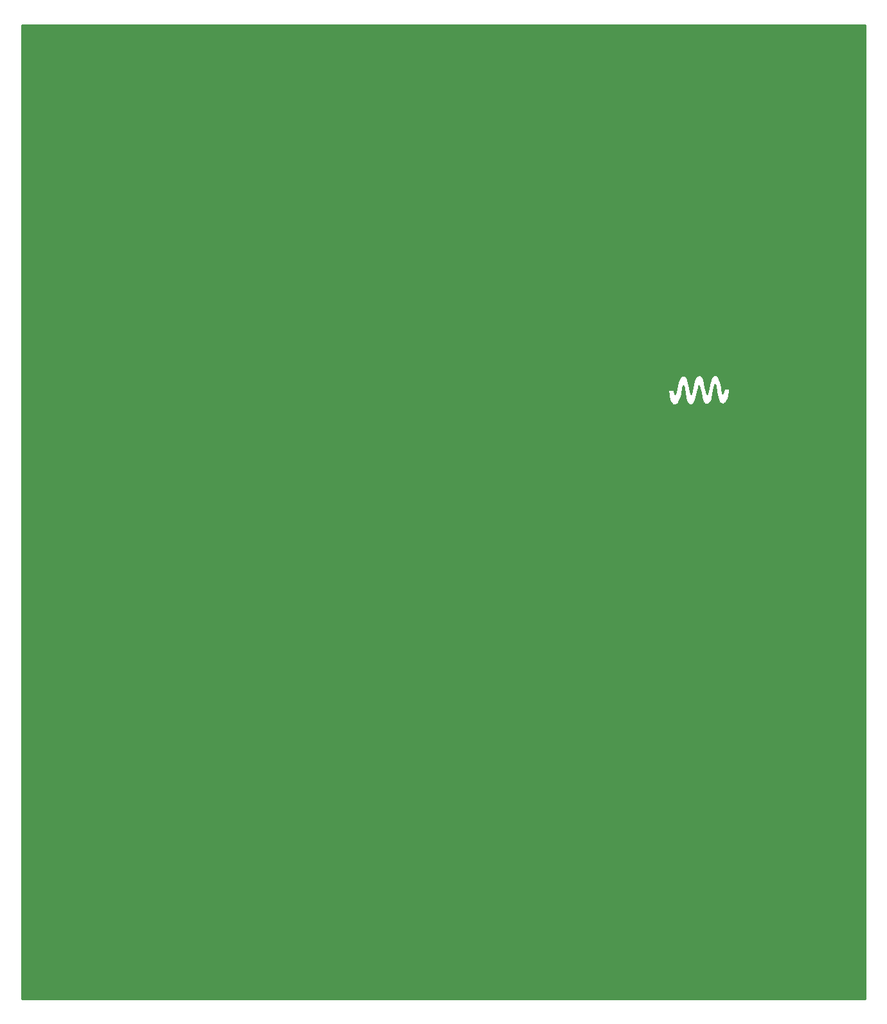
<source format=gtl>
G04 #@! TF.GenerationSoftware,KiCad,Pcbnew,(5.1.0)-1*
G04 #@! TF.CreationDate,2019-04-06T15:11:00+02:00*
G04 #@! TF.ProjectId,frontplate,66726f6e-7470-46c6-9174-652e6b696361,C*
G04 #@! TF.SameCoordinates,Original*
G04 #@! TF.FileFunction,Copper,L1,Top*
G04 #@! TF.FilePolarity,Positive*
%FSLAX46Y46*%
G04 Gerber Fmt 4.6, Leading zero omitted, Abs format (unit mm)*
G04 Created by KiCad (PCBNEW (5.1.0)-1) date 2019-04-06 15:11:00*
%MOMM*%
%LPD*%
G04 APERTURE LIST*
%ADD10C,0.254000*%
G04 APERTURE END LIST*
D10*
G36*
X228123000Y-152273000D02*
G01*
X117077000Y-152273000D01*
X117077000Y-72136038D01*
X202113062Y-72136038D01*
X202114728Y-72160879D01*
X202314728Y-73360879D01*
X202317510Y-73373544D01*
X202326408Y-73396796D01*
X202526408Y-73796796D01*
X202534403Y-73810557D01*
X202550197Y-73829803D01*
X202750197Y-74029803D01*
X202769443Y-74045597D01*
X202791399Y-74057333D01*
X202815224Y-74064560D01*
X202840000Y-74067000D01*
X203040000Y-74067000D01*
X203055884Y-74066003D01*
X203080161Y-74060483D01*
X203380161Y-73960483D01*
X203402894Y-73950333D01*
X203423211Y-73935943D01*
X203440329Y-73917866D01*
X203453592Y-73896796D01*
X203653592Y-73496796D01*
X203658914Y-73484593D01*
X203958914Y-72684593D01*
X203966223Y-72654025D01*
X204064995Y-71765076D01*
X204143026Y-71499061D01*
X204234698Y-71911583D01*
X204313951Y-72555514D01*
X204316024Y-72567550D01*
X204516024Y-73467550D01*
X204526408Y-73496796D01*
X204726408Y-73896796D01*
X204739671Y-73917866D01*
X204756789Y-73935943D01*
X204777106Y-73950333D01*
X204799839Y-73960483D01*
X205099839Y-74060483D01*
X205130997Y-74066680D01*
X205155884Y-74066003D01*
X205180161Y-74060483D01*
X205480161Y-73960483D01*
X205511840Y-73944729D01*
X205530891Y-73928701D01*
X205546449Y-73909265D01*
X205557917Y-73887167D01*
X205757917Y-73387167D01*
X205762114Y-73374890D01*
X205962114Y-72674890D01*
X205963976Y-72667550D01*
X206163106Y-71771463D01*
X206239061Y-71509076D01*
X206435524Y-72465197D01*
X206615466Y-73364907D01*
X206626408Y-73396796D01*
X206826408Y-73796796D01*
X206834403Y-73810557D01*
X206850197Y-73829803D01*
X206950197Y-73929803D01*
X206969443Y-73945597D01*
X206991399Y-73957333D01*
X207015224Y-73964560D01*
X207040000Y-73967000D01*
X207440000Y-73967000D01*
X207464776Y-73964560D01*
X207488601Y-73957333D01*
X207510557Y-73945597D01*
X207529803Y-73929803D01*
X207829803Y-73629803D01*
X207844545Y-73612107D01*
X207856603Y-73590325D01*
X207864181Y-73566610D01*
X208163731Y-72168710D01*
X208357432Y-71393906D01*
X208415541Y-71568234D01*
X208513981Y-72355752D01*
X208515466Y-72364907D01*
X208715466Y-73364907D01*
X208726408Y-73396796D01*
X208926408Y-73796796D01*
X208939671Y-73817866D01*
X208956789Y-73835943D01*
X208977106Y-73850333D01*
X208999839Y-73860483D01*
X209299839Y-73960483D01*
X209330997Y-73966680D01*
X209355884Y-73966003D01*
X209380161Y-73960483D01*
X209680161Y-73860483D01*
X209694247Y-73854832D01*
X209715607Y-73842042D01*
X209734062Y-73825331D01*
X209748902Y-73805341D01*
X210048902Y-73305341D01*
X210057282Y-73288724D01*
X210064534Y-73264907D01*
X210264534Y-72264907D01*
X210267000Y-72240000D01*
X210267000Y-72040000D01*
X210264560Y-72015224D01*
X210257333Y-71991399D01*
X210245597Y-71969443D01*
X210229803Y-71950197D01*
X210210557Y-71934403D01*
X210188601Y-71922667D01*
X210164776Y-71915440D01*
X210140000Y-71913000D01*
X209640000Y-71913000D01*
X209623984Y-71914014D01*
X209599713Y-71919559D01*
X209576990Y-71929733D01*
X209556689Y-71944144D01*
X209539589Y-71962239D01*
X209526348Y-71983323D01*
X209517475Y-72006584D01*
X209369983Y-72547388D01*
X209165272Y-71319121D01*
X209160483Y-71299839D01*
X208860483Y-70399839D01*
X208845597Y-70369443D01*
X208829803Y-70350197D01*
X208629803Y-70150197D01*
X208610557Y-70134403D01*
X208588601Y-70122667D01*
X208564776Y-70115440D01*
X208540000Y-70113000D01*
X208240000Y-70113000D01*
X208215224Y-70115440D01*
X208191399Y-70122667D01*
X208169443Y-70134403D01*
X208150197Y-70150197D01*
X207850197Y-70450197D01*
X207829667Y-70477106D01*
X207819517Y-70499839D01*
X207519517Y-71399839D01*
X207515466Y-71415093D01*
X207266746Y-72658693D01*
X207064367Y-71714258D01*
X206864534Y-70715093D01*
X206853592Y-70683204D01*
X206653592Y-70283204D01*
X206640329Y-70262134D01*
X206623211Y-70244057D01*
X206602894Y-70229667D01*
X206580161Y-70219517D01*
X206280161Y-70119517D01*
X206249726Y-70113373D01*
X206224836Y-70113909D01*
X206200528Y-70119290D01*
X206177737Y-70129310D01*
X205857737Y-70309310D01*
X205839734Y-70321581D01*
X205822075Y-70339131D01*
X205808180Y-70359789D01*
X205528180Y-70879789D01*
X205516024Y-70912450D01*
X205316024Y-71812450D01*
X205314728Y-71819121D01*
X205174097Y-72662908D01*
X204864534Y-71115093D01*
X204862035Y-71104837D01*
X204692035Y-70514837D01*
X204687884Y-70502751D01*
X204676401Y-70480661D01*
X204660829Y-70461236D01*
X204445829Y-70241236D01*
X204436677Y-70232749D01*
X204416135Y-70218683D01*
X204393244Y-70208895D01*
X204203244Y-70148895D01*
X204166548Y-70143009D01*
X204141744Y-70145147D01*
X204117833Y-70152083D01*
X203792833Y-70282083D01*
X203772161Y-70292637D01*
X203752519Y-70307935D01*
X203736239Y-70326770D01*
X203723946Y-70348420D01*
X203403946Y-71068420D01*
X203395764Y-71093647D01*
X203116236Y-72411423D01*
X203059612Y-72637918D01*
X202964951Y-72117282D01*
X202957333Y-72091399D01*
X202945597Y-72069443D01*
X202929803Y-72050197D01*
X202910557Y-72034403D01*
X202888601Y-72022667D01*
X202864776Y-72015440D01*
X202840000Y-72013000D01*
X202240000Y-72013000D01*
X202219121Y-72014728D01*
X202195083Y-72021208D01*
X202172771Y-72032254D01*
X202153043Y-72047440D01*
X202136656Y-72066183D01*
X202124241Y-72087763D01*
X202116274Y-72111350D01*
X202113062Y-72136038D01*
X117077000Y-72136038D01*
X117077000Y-24027000D01*
X228123000Y-24027000D01*
X228123000Y-152273000D01*
X228123000Y-152273000D01*
G37*
X228123000Y-152273000D02*
X117077000Y-152273000D01*
X117077000Y-72136038D01*
X202113062Y-72136038D01*
X202114728Y-72160879D01*
X202314728Y-73360879D01*
X202317510Y-73373544D01*
X202326408Y-73396796D01*
X202526408Y-73796796D01*
X202534403Y-73810557D01*
X202550197Y-73829803D01*
X202750197Y-74029803D01*
X202769443Y-74045597D01*
X202791399Y-74057333D01*
X202815224Y-74064560D01*
X202840000Y-74067000D01*
X203040000Y-74067000D01*
X203055884Y-74066003D01*
X203080161Y-74060483D01*
X203380161Y-73960483D01*
X203402894Y-73950333D01*
X203423211Y-73935943D01*
X203440329Y-73917866D01*
X203453592Y-73896796D01*
X203653592Y-73496796D01*
X203658914Y-73484593D01*
X203958914Y-72684593D01*
X203966223Y-72654025D01*
X204064995Y-71765076D01*
X204143026Y-71499061D01*
X204234698Y-71911583D01*
X204313951Y-72555514D01*
X204316024Y-72567550D01*
X204516024Y-73467550D01*
X204526408Y-73496796D01*
X204726408Y-73896796D01*
X204739671Y-73917866D01*
X204756789Y-73935943D01*
X204777106Y-73950333D01*
X204799839Y-73960483D01*
X205099839Y-74060483D01*
X205130997Y-74066680D01*
X205155884Y-74066003D01*
X205180161Y-74060483D01*
X205480161Y-73960483D01*
X205511840Y-73944729D01*
X205530891Y-73928701D01*
X205546449Y-73909265D01*
X205557917Y-73887167D01*
X205757917Y-73387167D01*
X205762114Y-73374890D01*
X205962114Y-72674890D01*
X205963976Y-72667550D01*
X206163106Y-71771463D01*
X206239061Y-71509076D01*
X206435524Y-72465197D01*
X206615466Y-73364907D01*
X206626408Y-73396796D01*
X206826408Y-73796796D01*
X206834403Y-73810557D01*
X206850197Y-73829803D01*
X206950197Y-73929803D01*
X206969443Y-73945597D01*
X206991399Y-73957333D01*
X207015224Y-73964560D01*
X207040000Y-73967000D01*
X207440000Y-73967000D01*
X207464776Y-73964560D01*
X207488601Y-73957333D01*
X207510557Y-73945597D01*
X207529803Y-73929803D01*
X207829803Y-73629803D01*
X207844545Y-73612107D01*
X207856603Y-73590325D01*
X207864181Y-73566610D01*
X208163731Y-72168710D01*
X208357432Y-71393906D01*
X208415541Y-71568234D01*
X208513981Y-72355752D01*
X208515466Y-72364907D01*
X208715466Y-73364907D01*
X208726408Y-73396796D01*
X208926408Y-73796796D01*
X208939671Y-73817866D01*
X208956789Y-73835943D01*
X208977106Y-73850333D01*
X208999839Y-73860483D01*
X209299839Y-73960483D01*
X209330997Y-73966680D01*
X209355884Y-73966003D01*
X209380161Y-73960483D01*
X209680161Y-73860483D01*
X209694247Y-73854832D01*
X209715607Y-73842042D01*
X209734062Y-73825331D01*
X209748902Y-73805341D01*
X210048902Y-73305341D01*
X210057282Y-73288724D01*
X210064534Y-73264907D01*
X210264534Y-72264907D01*
X210267000Y-72240000D01*
X210267000Y-72040000D01*
X210264560Y-72015224D01*
X210257333Y-71991399D01*
X210245597Y-71969443D01*
X210229803Y-71950197D01*
X210210557Y-71934403D01*
X210188601Y-71922667D01*
X210164776Y-71915440D01*
X210140000Y-71913000D01*
X209640000Y-71913000D01*
X209623984Y-71914014D01*
X209599713Y-71919559D01*
X209576990Y-71929733D01*
X209556689Y-71944144D01*
X209539589Y-71962239D01*
X209526348Y-71983323D01*
X209517475Y-72006584D01*
X209369983Y-72547388D01*
X209165272Y-71319121D01*
X209160483Y-71299839D01*
X208860483Y-70399839D01*
X208845597Y-70369443D01*
X208829803Y-70350197D01*
X208629803Y-70150197D01*
X208610557Y-70134403D01*
X208588601Y-70122667D01*
X208564776Y-70115440D01*
X208540000Y-70113000D01*
X208240000Y-70113000D01*
X208215224Y-70115440D01*
X208191399Y-70122667D01*
X208169443Y-70134403D01*
X208150197Y-70150197D01*
X207850197Y-70450197D01*
X207829667Y-70477106D01*
X207819517Y-70499839D01*
X207519517Y-71399839D01*
X207515466Y-71415093D01*
X207266746Y-72658693D01*
X207064367Y-71714258D01*
X206864534Y-70715093D01*
X206853592Y-70683204D01*
X206653592Y-70283204D01*
X206640329Y-70262134D01*
X206623211Y-70244057D01*
X206602894Y-70229667D01*
X206580161Y-70219517D01*
X206280161Y-70119517D01*
X206249726Y-70113373D01*
X206224836Y-70113909D01*
X206200528Y-70119290D01*
X206177737Y-70129310D01*
X205857737Y-70309310D01*
X205839734Y-70321581D01*
X205822075Y-70339131D01*
X205808180Y-70359789D01*
X205528180Y-70879789D01*
X205516024Y-70912450D01*
X205316024Y-71812450D01*
X205314728Y-71819121D01*
X205174097Y-72662908D01*
X204864534Y-71115093D01*
X204862035Y-71104837D01*
X204692035Y-70514837D01*
X204687884Y-70502751D01*
X204676401Y-70480661D01*
X204660829Y-70461236D01*
X204445829Y-70241236D01*
X204436677Y-70232749D01*
X204416135Y-70218683D01*
X204393244Y-70208895D01*
X204203244Y-70148895D01*
X204166548Y-70143009D01*
X204141744Y-70145147D01*
X204117833Y-70152083D01*
X203792833Y-70282083D01*
X203772161Y-70292637D01*
X203752519Y-70307935D01*
X203736239Y-70326770D01*
X203723946Y-70348420D01*
X203403946Y-71068420D01*
X203395764Y-71093647D01*
X203116236Y-72411423D01*
X203059612Y-72637918D01*
X202964951Y-72117282D01*
X202957333Y-72091399D01*
X202945597Y-72069443D01*
X202929803Y-72050197D01*
X202910557Y-72034403D01*
X202888601Y-72022667D01*
X202864776Y-72015440D01*
X202840000Y-72013000D01*
X202240000Y-72013000D01*
X202219121Y-72014728D01*
X202195083Y-72021208D01*
X202172771Y-72032254D01*
X202153043Y-72047440D01*
X202136656Y-72066183D01*
X202124241Y-72087763D01*
X202116274Y-72111350D01*
X202113062Y-72136038D01*
X117077000Y-72136038D01*
X117077000Y-24027000D01*
X228123000Y-24027000D01*
X228123000Y-152273000D01*
M02*

</source>
